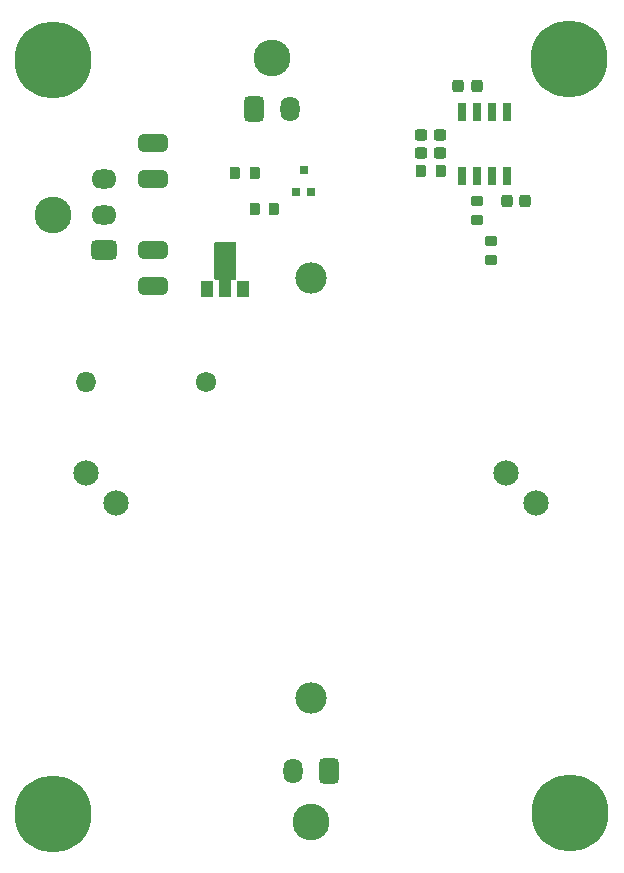
<source format=gbr>
%TF.GenerationSoftware,KiCad,Pcbnew,6.0.9-8da3e8f707~117~ubuntu20.04.1*%
%TF.CreationDate,2023-03-07T09:55:21-05:00*%
%TF.ProjectId,DCT_HV_Widget,4443545f-4856-45f5-9769-646765742e6b,rev?*%
%TF.SameCoordinates,Original*%
%TF.FileFunction,Soldermask,Top*%
%TF.FilePolarity,Negative*%
%FSLAX46Y46*%
G04 Gerber Fmt 4.6, Leading zero omitted, Abs format (unit mm)*
G04 Created by KiCad (PCBNEW 6.0.9-8da3e8f707~117~ubuntu20.04.1) date 2023-03-07 09:55:21*
%MOMM*%
%LPD*%
G01*
G04 APERTURE LIST*
G04 Aperture macros list*
%AMRoundRect*
0 Rectangle with rounded corners*
0 $1 Rounding radius*
0 $2 $3 $4 $5 $6 $7 $8 $9 X,Y pos of 4 corners*
0 Add a 4 corners polygon primitive as box body*
4,1,4,$2,$3,$4,$5,$6,$7,$8,$9,$2,$3,0*
0 Add four circle primitives for the rounded corners*
1,1,$1+$1,$2,$3*
1,1,$1+$1,$4,$5*
1,1,$1+$1,$6,$7*
1,1,$1+$1,$8,$9*
0 Add four rect primitives between the rounded corners*
20,1,$1+$1,$2,$3,$4,$5,0*
20,1,$1+$1,$4,$5,$6,$7,0*
20,1,$1+$1,$6,$7,$8,$9,0*
20,1,$1+$1,$8,$9,$2,$3,0*%
G04 Aperture macros list end*
%ADD10C,0.040000*%
%ADD11RoundRect,0.285000X0.225000X0.250000X-0.225000X0.250000X-0.225000X-0.250000X0.225000X-0.250000X0*%
%ADD12RoundRect,0.260000X-0.200000X-0.275000X0.200000X-0.275000X0.200000X0.275000X-0.200000X0.275000X0*%
%ADD13C,6.520000*%
%ADD14RoundRect,0.310000X-0.925000X0.412500X-0.925000X-0.412500X0.925000X-0.412500X0.925000X0.412500X0*%
%ADD15RoundRect,0.060000X0.266700X-0.730250X0.266700X0.730250X-0.266700X0.730250X-0.266700X-0.730250X0*%
%ADD16RoundRect,0.060000X-0.450000X-0.650000X0.450000X-0.650000X0.450000X0.650000X-0.450000X0.650000X0*%
%ADD17RoundRect,0.060000X0.866000X-1.562500X0.866000X1.562500X-0.866000X1.562500X-0.866000X-1.562500X0*%
%ADD18RoundRect,0.060000X-0.450000X-0.737500X0.450000X-0.737500X0.450000X0.737500X-0.450000X0.737500X0*%
%ADD19RoundRect,0.285000X0.250000X-0.225000X0.250000X0.225000X-0.250000X0.225000X-0.250000X-0.225000X0*%
%ADD20RoundRect,0.260000X0.200000X0.275000X-0.200000X0.275000X-0.200000X-0.275000X0.200000X-0.275000X0*%
%ADD21C,1.720000*%
%ADD22O,1.720000X1.720000*%
%ADD23C,3.120000*%
%ADD24RoundRect,0.310001X0.499999X0.759999X-0.499999X0.759999X-0.499999X-0.759999X0.499999X-0.759999X0*%
%ADD25O,1.620000X2.140000*%
%ADD26RoundRect,0.310001X0.759999X-0.499999X0.759999X0.499999X-0.759999X0.499999X-0.759999X-0.499999X0*%
%ADD27O,2.140000X1.620000*%
%ADD28RoundRect,0.310001X-0.499999X-0.759999X0.499999X-0.759999X0.499999X0.759999X-0.499999X0.759999X0*%
%ADD29RoundRect,0.060000X-0.300000X0.275000X-0.300000X-0.275000X0.300000X-0.275000X0.300000X0.275000X0*%
%ADD30RoundRect,0.260000X-0.275000X0.200000X-0.275000X-0.200000X0.275000X-0.200000X0.275000X0.200000X0*%
%ADD31RoundRect,0.260000X0.275000X-0.200000X0.275000X0.200000X-0.275000X0.200000X-0.275000X-0.200000X0*%
%ADD32C,2.152000*%
%ADD33C,2.660000*%
G04 APERTURE END LIST*
D10*
%TO.C,Q1*%
X152184000Y-89992500D02*
X153916000Y-89992500D01*
X153916000Y-89992500D02*
X153916000Y-93117500D01*
X153916000Y-93117500D02*
X152184000Y-93117500D01*
X152184000Y-93117500D02*
X152184000Y-89992500D01*
G36*
X152184000Y-89992500D02*
G01*
X153916000Y-89992500D01*
X153916000Y-93117500D01*
X152184000Y-93117500D01*
X152184000Y-89992500D01*
G37*
%TD*%
D11*
%TO.C,C4*%
X174365000Y-76800000D03*
X172815000Y-76800000D03*
%TD*%
D12*
%TO.C,R1*%
X155575000Y-87200000D03*
X157225000Y-87200000D03*
%TD*%
%TO.C,R4*%
X171322000Y-83975000D03*
X169672000Y-83975000D03*
%TD*%
D13*
%TO.C,H2*%
X182200000Y-74500000D03*
%TD*%
D14*
%TO.C,C6*%
X146950000Y-90650000D03*
X146950000Y-93725000D03*
%TD*%
D13*
%TO.C,H1*%
X138525000Y-74600000D03*
%TD*%
%TO.C,H3*%
X138525000Y-138375000D03*
%TD*%
D15*
%TO.C,U1*%
X173095000Y-84424150D03*
X174365000Y-84424150D03*
X175635000Y-84424150D03*
X176905000Y-84424150D03*
X176905000Y-78975850D03*
X175635000Y-78975850D03*
X174365000Y-78975850D03*
X173095000Y-78975850D03*
%TD*%
D16*
%TO.C,Q1*%
X154540000Y-93942500D03*
X151550000Y-93942500D03*
D17*
X153050000Y-91555000D03*
D18*
X153050000Y-93855000D03*
%TD*%
D19*
%TO.C,C1*%
X171300000Y-82475000D03*
X171300000Y-80925000D03*
%TD*%
D20*
%TO.C,R3*%
X155575000Y-84100000D03*
X153925000Y-84100000D03*
%TD*%
D13*
%TO.C,H4*%
X182300000Y-138300000D03*
%TD*%
D21*
%TO.C,R5*%
X151465000Y-101800000D03*
D22*
X141305000Y-101800000D03*
%TD*%
D23*
%TO.C,J3*%
X160325000Y-139100000D03*
D24*
X161825000Y-134780000D03*
D25*
X158825000Y-134780000D03*
%TD*%
D23*
%TO.C,J2*%
X138480000Y-87650000D03*
D26*
X142800000Y-90650000D03*
D27*
X142800000Y-87650000D03*
X142800000Y-84650000D03*
%TD*%
D23*
%TO.C,J1*%
X157050000Y-74400000D03*
D28*
X155550000Y-78720000D03*
D25*
X158550000Y-78720000D03*
%TD*%
D29*
%TO.C,D1*%
X159055000Y-85725000D03*
X160355000Y-85725000D03*
X159705000Y-83875000D03*
%TD*%
D30*
%TO.C,R6*%
X175600000Y-89875000D03*
X175600000Y-91525000D03*
%TD*%
D14*
%TO.C,C5*%
X146950000Y-81575000D03*
X146950000Y-84650000D03*
%TD*%
D31*
%TO.C,R2*%
X174365000Y-88150000D03*
X174365000Y-86500000D03*
%TD*%
D32*
%TO.C,U2*%
X141305000Y-109530000D03*
X143845000Y-112070000D03*
X176865000Y-109530000D03*
X179405000Y-112070000D03*
D33*
X160355000Y-93020000D03*
X160355000Y-128580000D03*
%TD*%
D19*
%TO.C,C2*%
X169672000Y-80925000D03*
X169672000Y-82475000D03*
%TD*%
D11*
%TO.C,C3*%
X178455000Y-86500000D03*
X176905000Y-86500000D03*
%TD*%
M02*

</source>
